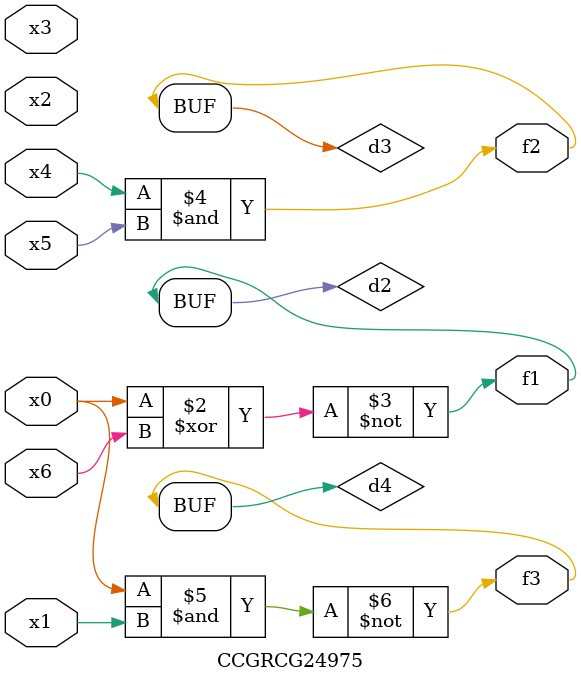
<source format=v>
module CCGRCG24975(
	input x0, x1, x2, x3, x4, x5, x6,
	output f1, f2, f3
);

	wire d1, d2, d3, d4;

	nor (d1, x0);
	xnor (d2, x0, x6);
	and (d3, x4, x5);
	nand (d4, x0, x1);
	assign f1 = d2;
	assign f2 = d3;
	assign f3 = d4;
endmodule

</source>
